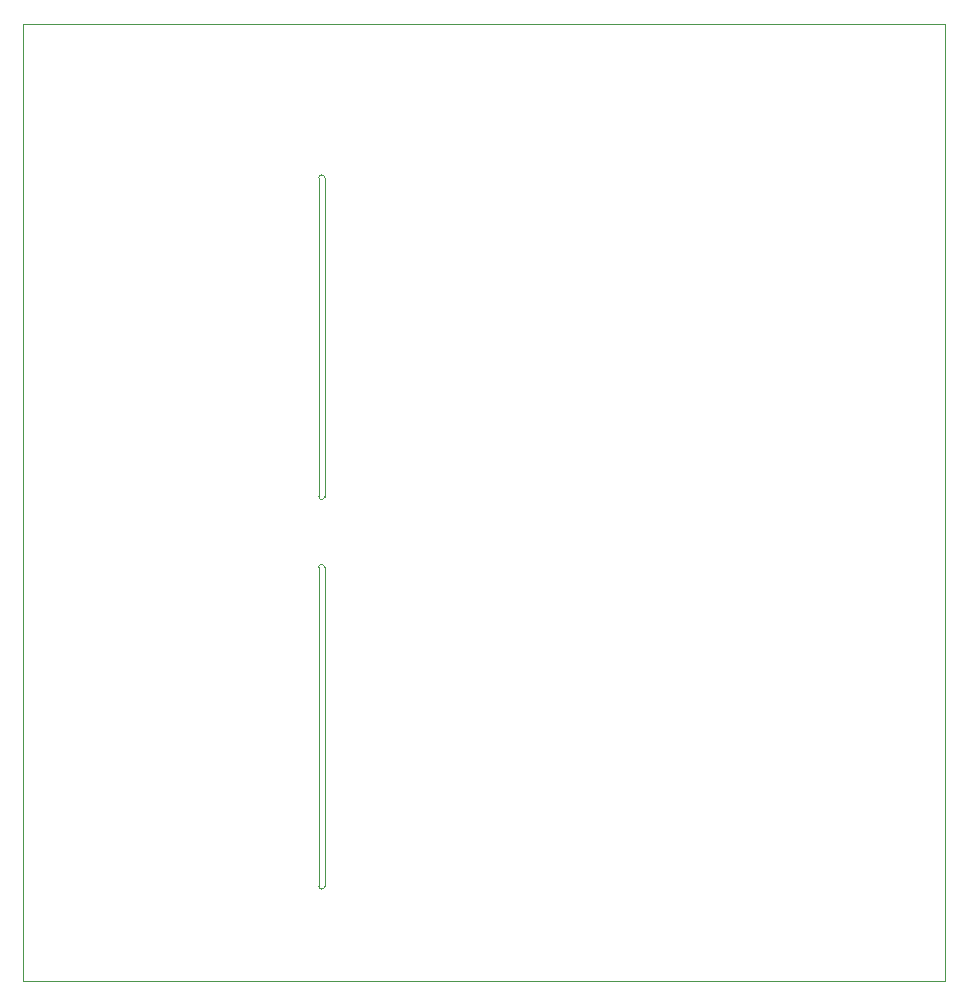
<source format=gbr>
%TF.GenerationSoftware,KiCad,Pcbnew,9.0.0*%
%TF.CreationDate,2025-04-04T18:35:26+03:00*%
%TF.ProjectId,encoder,656e636f-6465-4722-9e6b-696361645f70,rev?*%
%TF.SameCoordinates,Original*%
%TF.FileFunction,Profile,NP*%
%FSLAX46Y46*%
G04 Gerber Fmt 4.6, Leading zero omitted, Abs format (unit mm)*
G04 Created by KiCad (PCBNEW 9.0.0) date 2025-04-04 18:35:26*
%MOMM*%
%LPD*%
G01*
G04 APERTURE LIST*
%TA.AperFunction,Profile*%
%ADD10C,0.050000*%
%TD*%
G04 APERTURE END LIST*
D10*
X96000000Y-89500000D02*
X96000000Y-62500000D01*
X95500000Y-62500000D02*
G75*
G02*
X96000000Y-62500000I250000J0D01*
G01*
X96000000Y-89500000D02*
G75*
G02*
X95500000Y-89500000I-250000J0D01*
G01*
X95500000Y-62500000D02*
X95500000Y-89500000D01*
X95500000Y-95500000D02*
G75*
G02*
X96000000Y-95500000I250000J0D01*
G01*
X96000000Y-122500000D02*
G75*
G02*
X95500000Y-122500000I-250000J0D01*
G01*
X95500000Y-95500000D02*
X95500000Y-122500000D01*
X96000000Y-122500000D02*
X96000000Y-95500000D01*
X70500000Y-49500000D02*
X148500000Y-49500000D01*
X148500000Y-130500000D01*
X70500000Y-130500000D01*
X70500000Y-49500000D01*
M02*

</source>
